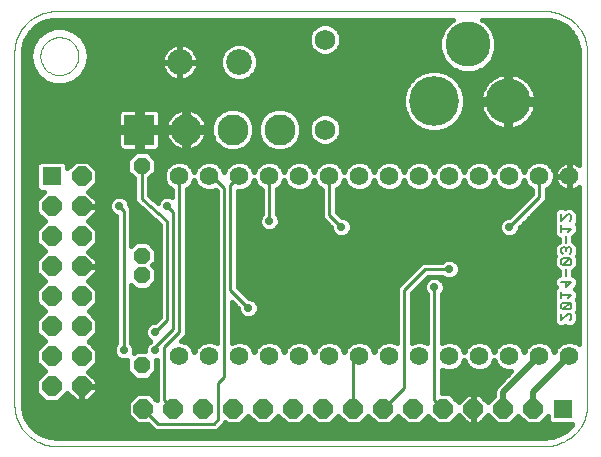
<source format=gbl>
G75*
G70*
%OFA0B0*%
%FSLAX24Y24*%
%IPPOS*%
%LPD*%
%AMOC8*
5,1,8,0,0,1.08239X$1,22.5*
%
%ADD10C,0.0000*%
%ADD11C,0.0060*%
%ADD12C,0.1660*%
%ADD13C,0.1502*%
%ADD14OC8,0.0560*%
%ADD15R,0.0640X0.0640*%
%ADD16OC8,0.0640*%
%ADD17C,0.1033*%
%ADD18R,0.1033X0.1033*%
%ADD19C,0.0680*%
%ADD20C,0.0620*%
%ADD21C,0.0860*%
%ADD22C,0.0200*%
%ADD23C,0.0160*%
%ADD24C,0.0280*%
%ADD25C,0.0100*%
D10*
X001580Y000180D02*
X017880Y000180D01*
X017953Y000182D01*
X018026Y000188D01*
X018099Y000197D01*
X018171Y000211D01*
X018242Y000228D01*
X018313Y000249D01*
X018382Y000273D01*
X018449Y000301D01*
X018516Y000333D01*
X018580Y000368D01*
X018642Y000406D01*
X018703Y000447D01*
X018761Y000492D01*
X018817Y000540D01*
X018870Y000590D01*
X018920Y000643D01*
X018968Y000699D01*
X019013Y000757D01*
X019054Y000818D01*
X019092Y000880D01*
X019127Y000944D01*
X019159Y001011D01*
X019187Y001078D01*
X019211Y001147D01*
X019232Y001218D01*
X019249Y001289D01*
X019263Y001361D01*
X019272Y001434D01*
X019278Y001507D01*
X019280Y001580D01*
X019280Y013280D01*
X019278Y013353D01*
X019272Y013426D01*
X019263Y013499D01*
X019249Y013571D01*
X019232Y013642D01*
X019211Y013713D01*
X019187Y013782D01*
X019159Y013849D01*
X019127Y013916D01*
X019092Y013980D01*
X019054Y014042D01*
X019013Y014103D01*
X018968Y014161D01*
X018920Y014217D01*
X018870Y014270D01*
X018817Y014320D01*
X018761Y014368D01*
X018703Y014413D01*
X018642Y014454D01*
X018580Y014492D01*
X018516Y014527D01*
X018449Y014559D01*
X018382Y014587D01*
X018313Y014611D01*
X018242Y014632D01*
X018171Y014649D01*
X018099Y014663D01*
X018026Y014672D01*
X017953Y014678D01*
X017880Y014680D01*
X001580Y014680D01*
X001507Y014678D01*
X001434Y014672D01*
X001361Y014663D01*
X001289Y014649D01*
X001218Y014632D01*
X001147Y014611D01*
X001078Y014587D01*
X001011Y014559D01*
X000944Y014527D01*
X000880Y014492D01*
X000818Y014454D01*
X000757Y014413D01*
X000699Y014368D01*
X000643Y014320D01*
X000590Y014270D01*
X000540Y014217D01*
X000492Y014161D01*
X000447Y014103D01*
X000406Y014042D01*
X000368Y013980D01*
X000333Y013916D01*
X000301Y013849D01*
X000273Y013782D01*
X000249Y013713D01*
X000228Y013642D01*
X000211Y013571D01*
X000197Y013499D01*
X000188Y013426D01*
X000182Y013353D01*
X000180Y013280D01*
X000180Y001580D01*
X000182Y001507D01*
X000188Y001434D01*
X000197Y001361D01*
X000211Y001289D01*
X000228Y001218D01*
X000249Y001147D01*
X000273Y001078D01*
X000301Y001011D01*
X000333Y000944D01*
X000368Y000880D01*
X000406Y000818D01*
X000447Y000757D01*
X000492Y000699D01*
X000540Y000643D01*
X000590Y000590D01*
X000643Y000540D01*
X000699Y000492D01*
X000757Y000447D01*
X000818Y000406D01*
X000880Y000368D01*
X000944Y000333D01*
X001011Y000301D01*
X001078Y000273D01*
X001147Y000249D01*
X001218Y000228D01*
X001289Y000211D01*
X001361Y000197D01*
X001434Y000188D01*
X001507Y000182D01*
X001580Y000180D01*
X001050Y013180D02*
X001052Y013230D01*
X001058Y013280D01*
X001068Y013329D01*
X001082Y013377D01*
X001099Y013424D01*
X001120Y013469D01*
X001145Y013513D01*
X001173Y013554D01*
X001205Y013593D01*
X001239Y013630D01*
X001276Y013664D01*
X001316Y013694D01*
X001358Y013721D01*
X001402Y013745D01*
X001448Y013766D01*
X001495Y013782D01*
X001543Y013795D01*
X001593Y013804D01*
X001642Y013809D01*
X001693Y013810D01*
X001743Y013807D01*
X001792Y013800D01*
X001841Y013789D01*
X001889Y013774D01*
X001935Y013756D01*
X001980Y013734D01*
X002023Y013708D01*
X002064Y013679D01*
X002103Y013647D01*
X002139Y013612D01*
X002171Y013574D01*
X002201Y013534D01*
X002228Y013491D01*
X002251Y013447D01*
X002270Y013401D01*
X002286Y013353D01*
X002298Y013304D01*
X002306Y013255D01*
X002310Y013205D01*
X002310Y013155D01*
X002306Y013105D01*
X002298Y013056D01*
X002286Y013007D01*
X002270Y012959D01*
X002251Y012913D01*
X002228Y012869D01*
X002201Y012826D01*
X002171Y012786D01*
X002139Y012748D01*
X002103Y012713D01*
X002064Y012681D01*
X002023Y012652D01*
X001980Y012626D01*
X001935Y012604D01*
X001889Y012586D01*
X001841Y012571D01*
X001792Y012560D01*
X001743Y012553D01*
X001693Y012550D01*
X001642Y012551D01*
X001593Y012556D01*
X001543Y012565D01*
X001495Y012578D01*
X001448Y012594D01*
X001402Y012615D01*
X001358Y012639D01*
X001316Y012666D01*
X001276Y012696D01*
X001239Y012730D01*
X001205Y012767D01*
X001173Y012806D01*
X001145Y012847D01*
X001120Y012891D01*
X001099Y012936D01*
X001082Y012983D01*
X001068Y013031D01*
X001058Y013080D01*
X001052Y013130D01*
X001050Y013180D01*
D11*
X018410Y007910D02*
X018410Y007683D01*
X018637Y007910D01*
X018694Y007910D01*
X018750Y007853D01*
X018750Y007740D01*
X018694Y007683D01*
X018750Y007428D02*
X018410Y007428D01*
X018410Y007315D02*
X018410Y007542D01*
X018637Y007315D02*
X018750Y007428D01*
X018580Y007173D02*
X018580Y006947D01*
X018523Y006805D02*
X018467Y006805D01*
X018410Y006748D01*
X018410Y006635D01*
X018467Y006578D01*
X018467Y006437D02*
X018410Y006380D01*
X018410Y006267D01*
X018467Y006210D01*
X018694Y006437D01*
X018467Y006437D01*
X018694Y006437D02*
X018750Y006380D01*
X018750Y006267D01*
X018694Y006210D01*
X018467Y006210D01*
X018580Y006069D02*
X018580Y005842D01*
X018580Y005700D02*
X018580Y005473D01*
X018750Y005644D01*
X018410Y005644D01*
X018410Y005332D02*
X018410Y005105D01*
X018410Y005218D02*
X018750Y005218D01*
X018637Y005105D01*
X018694Y004964D02*
X018467Y004964D01*
X018410Y004907D01*
X018410Y004793D01*
X018467Y004737D01*
X018694Y004964D01*
X018750Y004907D01*
X018750Y004793D01*
X018694Y004737D01*
X018467Y004737D01*
X018410Y004595D02*
X018410Y004368D01*
X018637Y004595D01*
X018694Y004595D01*
X018750Y004539D01*
X018750Y004425D01*
X018694Y004368D01*
X018694Y006578D02*
X018750Y006635D01*
X018750Y006748D01*
X018694Y006805D01*
X018637Y006805D01*
X018580Y006748D01*
X018523Y006805D01*
X018580Y006748D02*
X018580Y006692D01*
D12*
X014176Y011680D03*
D13*
X015298Y013570D03*
X016636Y011680D03*
D14*
X004430Y009530D03*
X004430Y006530D03*
X004430Y005880D03*
X004430Y002880D03*
D15*
X001430Y009180D03*
X018480Y001430D03*
D16*
X017480Y001430D03*
X016480Y001430D03*
X015480Y001430D03*
X014480Y001430D03*
X013480Y001430D03*
X012480Y001430D03*
X011480Y001430D03*
X010480Y001430D03*
X009480Y001430D03*
X008480Y001430D03*
X007480Y001430D03*
X006480Y001430D03*
X005480Y001430D03*
X004480Y001430D03*
X002430Y002180D03*
X001430Y002180D03*
X001430Y003180D03*
X002430Y003180D03*
X002430Y004180D03*
X001430Y004180D03*
X001430Y005180D03*
X002430Y005180D03*
X002430Y006180D03*
X001430Y006180D03*
X001430Y007180D03*
X002430Y007180D03*
X002430Y008180D03*
X001430Y008180D03*
X002430Y009180D03*
D17*
X005900Y010730D03*
X007460Y010730D03*
X009020Y010730D03*
D18*
X004340Y010730D03*
D19*
X010530Y010730D03*
X010530Y013730D03*
D20*
X010680Y009180D03*
X009680Y009180D03*
X008680Y009180D03*
X007680Y009180D03*
X006680Y009180D03*
X005680Y009180D03*
X011680Y009180D03*
X012680Y009180D03*
X013680Y009180D03*
X014680Y009180D03*
X015680Y009180D03*
X016680Y009180D03*
X017680Y009180D03*
X018680Y009180D03*
X018680Y003180D03*
X017680Y003180D03*
X016680Y003180D03*
X015680Y003180D03*
X014680Y003180D03*
X013680Y003180D03*
X012680Y003180D03*
X011680Y003180D03*
X010680Y003180D03*
X009680Y003180D03*
X008680Y003180D03*
X007680Y003180D03*
X006680Y003180D03*
X005680Y003180D03*
D21*
X005696Y012980D03*
X007664Y012980D03*
D22*
X017680Y003180D02*
X016480Y001980D01*
X016480Y001430D01*
X017480Y001430D02*
X017480Y001980D01*
X018680Y003180D01*
D23*
X000898Y000691D02*
X000691Y000898D01*
X000545Y001151D01*
X000470Y001434D01*
X000460Y001580D01*
X000460Y013280D01*
X000470Y013426D01*
X000545Y013709D01*
X000545Y013709D01*
X000691Y013962D01*
X000898Y014169D01*
X001151Y014315D01*
X001434Y014390D01*
X001580Y014400D01*
X014817Y014400D01*
X014759Y014376D01*
X014491Y014109D01*
X014347Y013759D01*
X014347Y013381D01*
X014491Y013031D01*
X014759Y012763D01*
X015109Y012619D01*
X015487Y012619D01*
X015837Y012763D01*
X016104Y013031D01*
X016249Y013381D01*
X016249Y013759D01*
X016104Y014109D01*
X015837Y014376D01*
X015779Y014400D01*
X017880Y014400D01*
X018026Y014390D01*
X018309Y014315D01*
X018562Y014169D01*
X018769Y013962D01*
X018915Y013709D01*
X018990Y013426D01*
X019000Y013280D01*
X019000Y009553D01*
X018999Y009554D01*
X018937Y009599D01*
X018868Y009634D01*
X018795Y009658D01*
X018719Y009670D01*
X018695Y009670D01*
X018695Y009195D01*
X018665Y009195D01*
X018665Y009670D01*
X018641Y009670D01*
X018565Y009658D01*
X018492Y009634D01*
X018423Y009599D01*
X018361Y009554D01*
X018306Y009499D01*
X018261Y009437D01*
X018226Y009368D01*
X018202Y009295D01*
X018190Y009219D01*
X018190Y009195D01*
X018665Y009195D01*
X018665Y009165D01*
X018695Y009165D01*
X018695Y008690D01*
X018719Y008690D01*
X018795Y008702D01*
X018868Y008726D01*
X018937Y008761D01*
X018999Y008806D01*
X019000Y008807D01*
X019000Y003581D01*
X018969Y003612D01*
X018781Y003690D01*
X018579Y003690D01*
X018391Y003612D01*
X018248Y003469D01*
X018180Y003306D01*
X018112Y003469D01*
X017969Y003612D01*
X017781Y003690D01*
X017579Y003690D01*
X017391Y003612D01*
X017248Y003469D01*
X017180Y003306D01*
X017112Y003469D01*
X016969Y003612D01*
X016781Y003690D01*
X016579Y003690D01*
X016391Y003612D01*
X016248Y003469D01*
X016180Y003306D01*
X016112Y003469D01*
X015969Y003612D01*
X015781Y003690D01*
X015579Y003690D01*
X015391Y003612D01*
X015248Y003469D01*
X015180Y003306D01*
X015112Y003469D01*
X014969Y003612D01*
X014781Y003690D01*
X014579Y003690D01*
X014430Y003628D01*
X014430Y005249D01*
X014468Y005287D01*
X014520Y005412D01*
X014520Y005548D01*
X014468Y005673D01*
X014373Y005768D01*
X014248Y005820D01*
X014112Y005820D01*
X013987Y005768D01*
X013892Y005673D01*
X013840Y005548D01*
X013840Y005412D01*
X013892Y005287D01*
X013930Y005249D01*
X013930Y003628D01*
X013781Y003690D01*
X013579Y003690D01*
X013430Y003628D01*
X013430Y005276D01*
X013984Y005830D01*
X014449Y005830D01*
X014487Y005792D01*
X014612Y005740D01*
X014748Y005740D01*
X014873Y005792D01*
X014968Y005887D01*
X015020Y006012D01*
X015020Y006148D01*
X014968Y006273D01*
X014873Y006368D01*
X014748Y006420D01*
X014612Y006420D01*
X014487Y006368D01*
X014449Y006330D01*
X013830Y006330D01*
X013738Y006292D01*
X013668Y006222D01*
X012968Y005522D01*
X012930Y005430D01*
X012930Y003628D01*
X012781Y003690D01*
X012579Y003690D01*
X012391Y003612D01*
X012248Y003469D01*
X012180Y003306D01*
X012112Y003469D01*
X011969Y003612D01*
X011781Y003690D01*
X011579Y003690D01*
X011391Y003612D01*
X011248Y003469D01*
X011180Y003306D01*
X011112Y003469D01*
X010969Y003612D01*
X010781Y003690D01*
X010579Y003690D01*
X010391Y003612D01*
X010248Y003469D01*
X010180Y003306D01*
X010112Y003469D01*
X009969Y003612D01*
X009781Y003690D01*
X009579Y003690D01*
X009391Y003612D01*
X009248Y003469D01*
X009180Y003306D01*
X009112Y003469D01*
X008969Y003612D01*
X008781Y003690D01*
X008579Y003690D01*
X008391Y003612D01*
X008248Y003469D01*
X008180Y003306D01*
X008112Y003469D01*
X007969Y003612D01*
X007781Y003690D01*
X007579Y003690D01*
X007430Y003628D01*
X007430Y004976D01*
X007640Y004766D01*
X007640Y004712D01*
X007692Y004587D01*
X007787Y004492D01*
X007912Y004440D01*
X008048Y004440D01*
X008173Y004492D01*
X008268Y004587D01*
X008320Y004712D01*
X008320Y004848D01*
X008268Y004973D01*
X008173Y005068D01*
X008048Y005120D01*
X007994Y005120D01*
X007630Y005484D01*
X007630Y008670D01*
X007781Y008670D01*
X007969Y008748D01*
X008112Y008891D01*
X008180Y009054D01*
X008248Y008891D01*
X008391Y008748D01*
X008430Y008732D01*
X008430Y007911D01*
X008392Y007873D01*
X008340Y007748D01*
X008340Y007612D01*
X008392Y007487D01*
X008487Y007392D01*
X008612Y007340D01*
X008748Y007340D01*
X008873Y007392D01*
X008968Y007487D01*
X009020Y007612D01*
X009020Y007748D01*
X008968Y007873D01*
X008930Y007911D01*
X008930Y008732D01*
X008969Y008748D01*
X009112Y008891D01*
X009180Y009054D01*
X009248Y008891D01*
X009391Y008748D01*
X009579Y008670D01*
X009781Y008670D01*
X009969Y008748D01*
X010112Y008891D01*
X010180Y009054D01*
X010248Y008891D01*
X010391Y008748D01*
X010430Y008732D01*
X010430Y007830D01*
X010468Y007738D01*
X010538Y007668D01*
X010740Y007466D01*
X010740Y007412D01*
X010792Y007287D01*
X010887Y007192D01*
X011012Y007140D01*
X011148Y007140D01*
X011273Y007192D01*
X011368Y007287D01*
X011420Y007412D01*
X011420Y007548D01*
X011368Y007673D01*
X011273Y007768D01*
X011148Y007820D01*
X011094Y007820D01*
X010930Y007984D01*
X010930Y008732D01*
X010969Y008748D01*
X011112Y008891D01*
X011180Y009054D01*
X011248Y008891D01*
X011391Y008748D01*
X011579Y008670D01*
X011781Y008670D01*
X011969Y008748D01*
X012112Y008891D01*
X012180Y009054D01*
X012248Y008891D01*
X012391Y008748D01*
X012579Y008670D01*
X012781Y008670D01*
X012969Y008748D01*
X013112Y008891D01*
X013180Y009054D01*
X013248Y008891D01*
X013391Y008748D01*
X013579Y008670D01*
X013781Y008670D01*
X013969Y008748D01*
X014112Y008891D01*
X014180Y009054D01*
X014248Y008891D01*
X014391Y008748D01*
X014579Y008670D01*
X014781Y008670D01*
X014969Y008748D01*
X015112Y008891D01*
X015180Y009054D01*
X015248Y008891D01*
X015391Y008748D01*
X015579Y008670D01*
X015781Y008670D01*
X015969Y008748D01*
X016112Y008891D01*
X016180Y009054D01*
X016248Y008891D01*
X016391Y008748D01*
X016579Y008670D01*
X016781Y008670D01*
X016969Y008748D01*
X017112Y008891D01*
X017180Y009054D01*
X017248Y008891D01*
X017391Y008748D01*
X017430Y008732D01*
X017430Y008584D01*
X016666Y007820D01*
X016612Y007820D01*
X016487Y007768D01*
X016392Y007673D01*
X016340Y007548D01*
X016340Y007412D01*
X016392Y007287D01*
X016487Y007192D01*
X016612Y007140D01*
X016748Y007140D01*
X016873Y007192D01*
X016968Y007287D01*
X017020Y007412D01*
X017020Y007466D01*
X017822Y008268D01*
X017892Y008338D01*
X017930Y008430D01*
X017930Y008732D01*
X017969Y008748D01*
X018112Y008891D01*
X018190Y009079D01*
X018190Y009281D01*
X018112Y009469D01*
X017969Y009612D01*
X017781Y009690D01*
X017579Y009690D01*
X017391Y009612D01*
X017248Y009469D01*
X017180Y009306D01*
X017112Y009469D01*
X016969Y009612D01*
X016781Y009690D01*
X016579Y009690D01*
X016391Y009612D01*
X016248Y009469D01*
X016180Y009306D01*
X016112Y009469D01*
X015969Y009612D01*
X015781Y009690D01*
X015579Y009690D01*
X015391Y009612D01*
X015248Y009469D01*
X015180Y009306D01*
X015112Y009469D01*
X014969Y009612D01*
X014781Y009690D01*
X014579Y009690D01*
X014391Y009612D01*
X014248Y009469D01*
X014180Y009306D01*
X014112Y009469D01*
X013969Y009612D01*
X013781Y009690D01*
X013579Y009690D01*
X013391Y009612D01*
X013248Y009469D01*
X013180Y009306D01*
X013112Y009469D01*
X012969Y009612D01*
X012781Y009690D01*
X012579Y009690D01*
X012391Y009612D01*
X012248Y009469D01*
X012180Y009306D01*
X012112Y009469D01*
X011969Y009612D01*
X011781Y009690D01*
X011579Y009690D01*
X011391Y009612D01*
X011248Y009469D01*
X011180Y009306D01*
X011112Y009469D01*
X010969Y009612D01*
X010781Y009690D01*
X010579Y009690D01*
X010391Y009612D01*
X010248Y009469D01*
X010180Y009306D01*
X010112Y009469D01*
X009969Y009612D01*
X009781Y009690D01*
X009579Y009690D01*
X009391Y009612D01*
X009248Y009469D01*
X009180Y009306D01*
X009112Y009469D01*
X008969Y009612D01*
X008781Y009690D01*
X008579Y009690D01*
X008391Y009612D01*
X008248Y009469D01*
X008180Y009306D01*
X008112Y009469D01*
X007969Y009612D01*
X007781Y009690D01*
X007579Y009690D01*
X007391Y009612D01*
X007248Y009469D01*
X007180Y009306D01*
X007112Y009469D01*
X006969Y009612D01*
X006781Y009690D01*
X006579Y009690D01*
X006391Y009612D01*
X006248Y009469D01*
X006180Y009306D01*
X006112Y009469D01*
X005969Y009612D01*
X005781Y009690D01*
X005579Y009690D01*
X005391Y009612D01*
X005248Y009469D01*
X005170Y009281D01*
X005170Y009079D01*
X005248Y008891D01*
X005391Y008748D01*
X005430Y008732D01*
X005430Y008486D01*
X005348Y008520D01*
X005212Y008520D01*
X005087Y008468D01*
X004992Y008373D01*
X004960Y008296D01*
X004680Y008543D01*
X004680Y009101D01*
X004910Y009331D01*
X004910Y009729D01*
X004629Y010010D01*
X004231Y010010D01*
X003950Y009729D01*
X003950Y009331D01*
X004180Y009101D01*
X004180Y008472D01*
X004177Y008464D01*
X004180Y008422D01*
X003919Y008422D01*
X003873Y008468D02*
X003748Y008520D01*
X003612Y008520D01*
X003487Y008468D01*
X003392Y008373D01*
X003340Y008248D01*
X003340Y008112D01*
X003392Y007987D01*
X003487Y007892D01*
X003580Y007853D01*
X003580Y003611D01*
X003542Y003573D01*
X003490Y003448D01*
X003490Y003312D01*
X003542Y003187D01*
X003637Y003092D01*
X003762Y003040D01*
X003898Y003040D01*
X003950Y003062D01*
X003950Y002681D01*
X004231Y002400D01*
X004629Y002400D01*
X004910Y002681D01*
X004910Y003040D01*
X004930Y003040D01*
X004930Y001715D01*
X004695Y001950D01*
X004265Y001950D01*
X003960Y001645D01*
X003960Y001215D01*
X004265Y000910D01*
X004646Y000910D01*
X004768Y000788D01*
X004838Y000718D01*
X004930Y000680D01*
X006880Y000680D01*
X006972Y000718D01*
X007122Y000868D01*
X007192Y000938D01*
X007205Y000970D01*
X007265Y000910D01*
X007695Y000910D01*
X007980Y001195D01*
X008265Y000910D01*
X008695Y000910D01*
X008980Y001195D01*
X009265Y000910D01*
X009695Y000910D01*
X009980Y001195D01*
X010265Y000910D01*
X010695Y000910D01*
X010980Y001195D01*
X011265Y000910D01*
X011695Y000910D01*
X011980Y001195D01*
X012265Y000910D01*
X012695Y000910D01*
X012980Y001195D01*
X013265Y000910D01*
X013695Y000910D01*
X013980Y001195D01*
X014265Y000910D01*
X014695Y000910D01*
X014994Y001209D01*
X015273Y000930D01*
X015460Y000930D01*
X015460Y001410D01*
X015500Y001410D01*
X015500Y000930D01*
X015687Y000930D01*
X015966Y001209D01*
X016265Y000910D01*
X016695Y000910D01*
X016980Y001195D01*
X017265Y000910D01*
X017695Y000910D01*
X017960Y001175D01*
X017960Y001027D01*
X018077Y000910D01*
X018775Y000910D01*
X018769Y000898D01*
X018562Y000691D01*
X018309Y000545D01*
X018026Y000470D01*
X017880Y000460D01*
X001580Y000460D01*
X001434Y000470D01*
X001151Y000545D01*
X000898Y000691D01*
X000960Y000656D02*
X018500Y000656D01*
X018684Y000814D02*
X007068Y000814D01*
X007758Y000973D02*
X008202Y000973D01*
X008044Y001131D02*
X007916Y001131D01*
X008758Y000973D02*
X009202Y000973D01*
X009044Y001131D02*
X008916Y001131D01*
X009758Y000973D02*
X010202Y000973D01*
X010044Y001131D02*
X009916Y001131D01*
X010758Y000973D02*
X011202Y000973D01*
X011044Y001131D02*
X010916Y001131D01*
X011758Y000973D02*
X012202Y000973D01*
X012044Y001131D02*
X011916Y001131D01*
X012758Y000973D02*
X013202Y000973D01*
X013044Y001131D02*
X012916Y001131D01*
X013758Y000973D02*
X014202Y000973D01*
X014044Y001131D02*
X013916Y001131D01*
X014758Y000973D02*
X015230Y000973D01*
X015072Y001131D02*
X014916Y001131D01*
X015460Y001131D02*
X015500Y001131D01*
X015500Y000973D02*
X015460Y000973D01*
X015730Y000973D02*
X016202Y000973D01*
X016044Y001131D02*
X015888Y001131D01*
X015500Y001290D02*
X015460Y001290D01*
X015460Y001450D02*
X015460Y001930D01*
X015273Y001930D01*
X014994Y001651D01*
X014695Y001950D01*
X014430Y001950D01*
X014430Y002732D01*
X014579Y002670D01*
X014781Y002670D01*
X014969Y002748D01*
X015112Y002891D01*
X015180Y003054D01*
X015248Y002891D01*
X015391Y002748D01*
X015579Y002670D01*
X015781Y002670D01*
X015969Y002748D01*
X016112Y002891D01*
X016180Y003054D01*
X016248Y002891D01*
X016391Y002748D01*
X016579Y002670D01*
X016746Y002670D01*
X016226Y002150D01*
X016180Y002040D01*
X016180Y001865D01*
X015966Y001651D01*
X015687Y001930D01*
X015500Y001930D01*
X015500Y001450D01*
X015460Y001450D01*
X015460Y001607D02*
X015500Y001607D01*
X015500Y001765D02*
X015460Y001765D01*
X015460Y001924D02*
X015500Y001924D01*
X015694Y001924D02*
X016180Y001924D01*
X016080Y001765D02*
X015852Y001765D01*
X016198Y002082D02*
X014430Y002082D01*
X014430Y002241D02*
X016316Y002241D01*
X016475Y002399D02*
X014430Y002399D01*
X014430Y002558D02*
X016633Y002558D01*
X016467Y002716D02*
X015893Y002716D01*
X016096Y002875D02*
X016264Y002875D01*
X016189Y003033D02*
X016171Y003033D01*
X016162Y003350D02*
X016198Y003350D01*
X016287Y003509D02*
X016073Y003509D01*
X015837Y003667D02*
X016523Y003667D01*
X016837Y003667D02*
X017523Y003667D01*
X017287Y003509D02*
X017073Y003509D01*
X017162Y003350D02*
X017198Y003350D01*
X017837Y003667D02*
X018523Y003667D01*
X018287Y003509D02*
X018073Y003509D01*
X018162Y003350D02*
X018198Y003350D01*
X018837Y003667D02*
X019000Y003667D01*
X019000Y003826D02*
X014430Y003826D01*
X014430Y003984D02*
X019000Y003984D01*
X019000Y004143D02*
X018793Y004143D01*
X018789Y004138D02*
X018980Y004330D01*
X018980Y004634D01*
X018948Y004666D01*
X018980Y004698D01*
X018980Y005002D01*
X018924Y005059D01*
X018920Y005063D01*
X018980Y005123D01*
X018980Y005314D01*
X018863Y005431D01*
X018980Y005548D01*
X018980Y005739D01*
X018846Y005874D01*
X018810Y005874D01*
X018810Y006001D01*
X018846Y006037D01*
X018980Y006171D01*
X018980Y006475D01*
X018948Y006508D01*
X018980Y006540D01*
X018980Y006844D01*
X018846Y006978D01*
X018846Y006978D01*
X018810Y007014D01*
X018810Y007163D01*
X018846Y007198D01*
X018980Y007333D01*
X018980Y007524D01*
X018920Y007584D01*
X018980Y007645D01*
X018980Y007949D01*
X018846Y008083D01*
X018789Y008140D01*
X018542Y008140D01*
X018523Y008122D01*
X018505Y008140D01*
X018315Y008140D01*
X018180Y008005D01*
X018180Y007220D01*
X018315Y007085D01*
X018350Y007085D01*
X018350Y007014D01*
X018315Y006978D01*
X018180Y006844D01*
X018180Y006540D01*
X018212Y006508D01*
X018180Y006475D01*
X018180Y006171D01*
X018237Y006115D01*
X018350Y006001D01*
X018350Y005874D01*
X018315Y005874D01*
X018180Y005739D01*
X018180Y005548D01*
X018241Y005488D01*
X018180Y005427D01*
X018180Y005010D01*
X018184Y005006D01*
X018180Y005002D01*
X018180Y004698D01*
X018184Y004694D01*
X018180Y004691D01*
X018180Y004273D01*
X018315Y004138D01*
X018505Y004138D01*
X018552Y004185D01*
X018598Y004138D01*
X018789Y004138D01*
X018594Y004143D02*
X018509Y004143D01*
X018311Y004143D02*
X014430Y004143D01*
X014430Y004301D02*
X018180Y004301D01*
X018180Y004460D02*
X014430Y004460D01*
X014430Y004618D02*
X018180Y004618D01*
X018180Y004777D02*
X014430Y004777D01*
X014430Y004935D02*
X018180Y004935D01*
X018180Y005094D02*
X014430Y005094D01*
X014433Y005252D02*
X018180Y005252D01*
X018180Y005411D02*
X014519Y005411D01*
X014511Y005569D02*
X018180Y005569D01*
X018180Y005728D02*
X014413Y005728D01*
X013947Y005728D02*
X013881Y005728D01*
X013849Y005569D02*
X013723Y005569D01*
X013841Y005411D02*
X013564Y005411D01*
X013430Y005252D02*
X013927Y005252D01*
X013930Y005094D02*
X013430Y005094D01*
X013430Y004935D02*
X013930Y004935D01*
X013930Y004777D02*
X013430Y004777D01*
X013430Y004618D02*
X013930Y004618D01*
X013930Y004460D02*
X013430Y004460D01*
X013430Y004301D02*
X013930Y004301D01*
X013930Y004143D02*
X013430Y004143D01*
X013430Y003984D02*
X013930Y003984D01*
X013930Y003826D02*
X013430Y003826D01*
X013430Y003667D02*
X013523Y003667D01*
X013837Y003667D02*
X013930Y003667D01*
X014430Y003667D02*
X014523Y003667D01*
X014837Y003667D02*
X015523Y003667D01*
X015287Y003509D02*
X015073Y003509D01*
X015162Y003350D02*
X015198Y003350D01*
X015189Y003033D02*
X015171Y003033D01*
X015096Y002875D02*
X015264Y002875D01*
X015467Y002716D02*
X014893Y002716D01*
X014467Y002716D02*
X014430Y002716D01*
X014722Y001924D02*
X015266Y001924D01*
X015108Y001765D02*
X014880Y001765D01*
X016758Y000973D02*
X017202Y000973D01*
X017044Y001131D02*
X016916Y001131D01*
X017758Y000973D02*
X018015Y000973D01*
X017960Y001131D02*
X017916Y001131D01*
X018129Y000497D02*
X001331Y000497D01*
X000776Y000814D02*
X004742Y000814D01*
X004202Y000973D02*
X000649Y000973D01*
X000557Y001131D02*
X004044Y001131D01*
X003960Y001290D02*
X000508Y001290D01*
X000469Y001448D02*
X003960Y001448D01*
X003960Y001607D02*
X000460Y001607D01*
X000460Y001765D02*
X001110Y001765D01*
X001215Y001660D02*
X001645Y001660D01*
X001944Y001959D01*
X002223Y001680D01*
X002410Y001680D01*
X002410Y002160D01*
X002450Y002160D01*
X002450Y002200D01*
X002930Y002200D01*
X002930Y002387D01*
X002651Y002666D01*
X002950Y002965D01*
X002950Y003395D01*
X002665Y003680D01*
X002950Y003965D01*
X002950Y004395D01*
X002665Y004680D01*
X002950Y004965D01*
X002950Y005395D01*
X002651Y005694D01*
X002930Y005973D01*
X002930Y006160D01*
X002450Y006160D01*
X002450Y006200D01*
X002930Y006200D01*
X002930Y006387D01*
X002651Y006666D01*
X002950Y006965D01*
X002950Y007395D01*
X002651Y007694D01*
X002930Y007973D01*
X002930Y008160D01*
X002450Y008160D01*
X002450Y008200D01*
X002930Y008200D01*
X002930Y008387D01*
X002651Y008666D01*
X002950Y008965D01*
X002950Y009395D01*
X002645Y009700D01*
X002215Y009700D01*
X001950Y009435D01*
X001950Y009583D01*
X001833Y009700D01*
X001027Y009700D01*
X000910Y009583D01*
X000910Y008777D01*
X001027Y008660D01*
X001175Y008660D01*
X000910Y008395D01*
X000910Y007965D01*
X001195Y007680D01*
X000910Y007395D01*
X000910Y006965D01*
X001195Y006680D01*
X000910Y006395D01*
X000910Y005965D01*
X001195Y005680D01*
X000910Y005395D01*
X000910Y004965D01*
X001195Y004680D01*
X000910Y004395D01*
X000910Y003965D01*
X001195Y003680D01*
X000910Y003395D01*
X000910Y002965D01*
X001195Y002680D01*
X000910Y002395D01*
X000910Y001965D01*
X001215Y001660D01*
X000951Y001924D02*
X000460Y001924D01*
X000460Y002082D02*
X000910Y002082D01*
X000910Y002241D02*
X000460Y002241D01*
X000460Y002399D02*
X000914Y002399D01*
X001072Y002558D02*
X000460Y002558D01*
X000460Y002716D02*
X001159Y002716D01*
X001000Y002875D02*
X000460Y002875D01*
X000460Y003033D02*
X000910Y003033D01*
X000910Y003192D02*
X000460Y003192D01*
X000460Y003350D02*
X000910Y003350D01*
X001023Y003509D02*
X000460Y003509D01*
X000460Y003667D02*
X001182Y003667D01*
X001049Y003826D02*
X000460Y003826D01*
X000460Y003984D02*
X000910Y003984D01*
X000910Y004143D02*
X000460Y004143D01*
X000460Y004301D02*
X000910Y004301D01*
X000974Y004460D02*
X000460Y004460D01*
X000460Y004618D02*
X001133Y004618D01*
X001098Y004777D02*
X000460Y004777D01*
X000460Y004935D02*
X000940Y004935D01*
X000910Y005094D02*
X000460Y005094D01*
X000460Y005252D02*
X000910Y005252D01*
X000925Y005411D02*
X000460Y005411D01*
X000460Y005569D02*
X001084Y005569D01*
X001147Y005728D02*
X000460Y005728D01*
X000460Y005886D02*
X000989Y005886D01*
X000910Y006045D02*
X000460Y006045D01*
X000460Y006203D02*
X000910Y006203D01*
X000910Y006362D02*
X000460Y006362D01*
X000460Y006520D02*
X001035Y006520D01*
X001193Y006679D02*
X000460Y006679D01*
X000460Y006837D02*
X001038Y006837D01*
X000910Y006996D02*
X000460Y006996D01*
X000460Y007154D02*
X000910Y007154D01*
X000910Y007313D02*
X000460Y007313D01*
X000460Y007471D02*
X000986Y007471D01*
X001144Y007630D02*
X000460Y007630D01*
X000460Y007788D02*
X001087Y007788D01*
X000928Y007947D02*
X000460Y007947D01*
X000460Y008105D02*
X000910Y008105D01*
X000910Y008264D02*
X000460Y008264D01*
X000460Y008422D02*
X000937Y008422D01*
X001095Y008581D02*
X000460Y008581D01*
X000460Y008739D02*
X000948Y008739D01*
X000910Y008898D02*
X000460Y008898D01*
X000460Y009056D02*
X000910Y009056D01*
X000910Y009215D02*
X000460Y009215D01*
X000460Y009373D02*
X000910Y009373D01*
X000910Y009532D02*
X000460Y009532D01*
X000460Y009690D02*
X001017Y009690D01*
X000460Y009849D02*
X004070Y009849D01*
X003950Y009690D02*
X002655Y009690D01*
X002814Y009532D02*
X003950Y009532D01*
X003950Y009373D02*
X002950Y009373D01*
X002950Y009215D02*
X004067Y009215D01*
X004180Y009056D02*
X002950Y009056D01*
X002883Y008898D02*
X004180Y008898D01*
X004180Y008739D02*
X002724Y008739D01*
X002737Y008581D02*
X004180Y008581D01*
X004180Y008422D02*
X004180Y008380D01*
X004183Y008373D01*
X004184Y008365D01*
X004202Y008327D01*
X004218Y008288D01*
X004224Y008283D01*
X004227Y008275D01*
X004259Y008248D01*
X004288Y008218D01*
X004296Y008215D01*
X005030Y007567D01*
X005030Y004484D01*
X004866Y004320D01*
X004812Y004320D01*
X004687Y004268D01*
X004592Y004173D01*
X004540Y004048D01*
X004540Y003912D01*
X004592Y003787D01*
X004687Y003692D01*
X004716Y003680D01*
X004687Y003668D01*
X004592Y003573D01*
X004540Y003448D01*
X004540Y003360D01*
X004231Y003360D01*
X004160Y003289D01*
X004170Y003312D01*
X004170Y003448D01*
X004118Y003573D01*
X004080Y003611D01*
X004080Y005551D01*
X004231Y005400D01*
X004629Y005400D01*
X004910Y005681D01*
X004910Y006079D01*
X004784Y006205D01*
X004910Y006331D01*
X004910Y006729D01*
X004629Y007010D01*
X004231Y007010D01*
X004080Y006859D01*
X004080Y008080D01*
X004042Y008172D01*
X004020Y008194D01*
X004020Y008248D01*
X003968Y008373D01*
X003873Y008468D01*
X004013Y008264D02*
X004241Y008264D01*
X004070Y008105D02*
X004420Y008105D01*
X004600Y007947D02*
X004080Y007947D01*
X004080Y007788D02*
X004780Y007788D01*
X004959Y007630D02*
X004080Y007630D01*
X004080Y007471D02*
X005030Y007471D01*
X005030Y007313D02*
X004080Y007313D01*
X004080Y007154D02*
X005030Y007154D01*
X005030Y006996D02*
X004643Y006996D01*
X004802Y006837D02*
X005030Y006837D01*
X005030Y006679D02*
X004910Y006679D01*
X004910Y006520D02*
X005030Y006520D01*
X005030Y006362D02*
X004910Y006362D01*
X005030Y006203D02*
X004786Y006203D01*
X004910Y006045D02*
X005030Y006045D01*
X005030Y005886D02*
X004910Y005886D01*
X004910Y005728D02*
X005030Y005728D01*
X005030Y005569D02*
X004798Y005569D01*
X004639Y005411D02*
X005030Y005411D01*
X005030Y005252D02*
X004080Y005252D01*
X004080Y005094D02*
X005030Y005094D01*
X005030Y004935D02*
X004080Y004935D01*
X004080Y004777D02*
X005030Y004777D01*
X005030Y004618D02*
X004080Y004618D01*
X004080Y004460D02*
X005006Y004460D01*
X004767Y004301D02*
X004080Y004301D01*
X004080Y004143D02*
X004579Y004143D01*
X004540Y003984D02*
X004080Y003984D01*
X004080Y003826D02*
X004576Y003826D01*
X004686Y003667D02*
X004080Y003667D01*
X004145Y003509D02*
X004565Y003509D01*
X004221Y003350D02*
X004170Y003350D01*
X003950Y003033D02*
X002950Y003033D01*
X002950Y003192D02*
X003540Y003192D01*
X003490Y003350D02*
X002950Y003350D01*
X002837Y003509D02*
X003515Y003509D01*
X003580Y003667D02*
X002678Y003667D01*
X002811Y003826D02*
X003580Y003826D01*
X003580Y003984D02*
X002950Y003984D01*
X002950Y004143D02*
X003580Y004143D01*
X003580Y004301D02*
X002950Y004301D01*
X002886Y004460D02*
X003580Y004460D01*
X003580Y004618D02*
X002727Y004618D01*
X002762Y004777D02*
X003580Y004777D01*
X003580Y004935D02*
X002920Y004935D01*
X002950Y005094D02*
X003580Y005094D01*
X003580Y005252D02*
X002950Y005252D01*
X002935Y005411D02*
X003580Y005411D01*
X003580Y005569D02*
X002776Y005569D01*
X002685Y005728D02*
X003580Y005728D01*
X003580Y005886D02*
X002843Y005886D01*
X002930Y006045D02*
X003580Y006045D01*
X003580Y006203D02*
X002930Y006203D01*
X002930Y006362D02*
X003580Y006362D01*
X003580Y006520D02*
X002797Y006520D01*
X002664Y006679D02*
X003580Y006679D01*
X003580Y006837D02*
X002822Y006837D01*
X002950Y006996D02*
X003580Y006996D01*
X003580Y007154D02*
X002950Y007154D01*
X002950Y007313D02*
X003580Y007313D01*
X003580Y007471D02*
X002874Y007471D01*
X002716Y007630D02*
X003580Y007630D01*
X003580Y007788D02*
X002745Y007788D01*
X002904Y007947D02*
X003433Y007947D01*
X003343Y008105D02*
X002930Y008105D01*
X002930Y008264D02*
X003347Y008264D01*
X003441Y008422D02*
X002895Y008422D01*
X002046Y009532D02*
X001950Y009532D01*
X001843Y009690D02*
X002205Y009690D01*
X003656Y010144D02*
X003679Y010103D01*
X003713Y010069D01*
X003754Y010046D01*
X003800Y010033D01*
X004260Y010033D01*
X004260Y010650D01*
X004420Y010650D01*
X004420Y010810D01*
X005037Y010810D01*
X005037Y011270D01*
X005024Y011316D01*
X005001Y011357D01*
X004967Y011391D01*
X004926Y011414D01*
X004880Y011427D01*
X004420Y011427D01*
X004420Y010810D01*
X004260Y010810D01*
X004260Y011427D01*
X003800Y011427D01*
X003754Y011414D01*
X003713Y011391D01*
X003679Y011357D01*
X003656Y011316D01*
X003643Y011270D01*
X003643Y010810D01*
X004260Y010810D01*
X004260Y010650D01*
X003643Y010650D01*
X003643Y010190D01*
X003656Y010144D01*
X003650Y010166D02*
X000460Y010166D01*
X000460Y010324D02*
X003643Y010324D01*
X003643Y010483D02*
X000460Y010483D01*
X000460Y010641D02*
X003643Y010641D01*
X003643Y010958D02*
X000460Y010958D01*
X000460Y010800D02*
X004260Y010800D01*
X004260Y010958D02*
X004420Y010958D01*
X004420Y010800D02*
X005820Y010800D01*
X005820Y010810D02*
X005820Y010650D01*
X005980Y010650D01*
X005980Y010810D01*
X006592Y010810D01*
X006585Y010866D01*
X006561Y010954D01*
X006526Y011039D01*
X006481Y011118D01*
X006425Y011190D01*
X006360Y011255D01*
X006288Y011311D01*
X006209Y011356D01*
X006124Y011391D01*
X006036Y011415D01*
X005980Y011422D01*
X005980Y010810D01*
X005820Y010810D01*
X005820Y011422D01*
X005764Y011415D01*
X005676Y011391D01*
X005591Y011356D01*
X005512Y011311D01*
X005440Y011255D01*
X005375Y011190D01*
X005319Y011118D01*
X005274Y011039D01*
X005239Y010954D01*
X005215Y010866D01*
X005208Y010810D01*
X005820Y010810D01*
X005820Y010958D02*
X005980Y010958D01*
X005980Y010800D02*
X006743Y010800D01*
X006743Y010873D02*
X006743Y010587D01*
X006852Y010324D01*
X006467Y010324D01*
X006481Y010342D02*
X006526Y010421D01*
X006561Y010506D01*
X006585Y010594D01*
X006592Y010650D01*
X005980Y010650D01*
X005980Y010038D01*
X006036Y010045D01*
X006124Y010069D01*
X006209Y010104D01*
X006288Y010149D01*
X006360Y010205D01*
X006425Y010270D01*
X006481Y010342D01*
X006552Y010483D02*
X006787Y010483D01*
X006743Y010641D02*
X006591Y010641D01*
X006743Y010873D02*
X006852Y011136D01*
X007054Y011338D01*
X007317Y011447D01*
X007603Y011447D01*
X007866Y011338D01*
X008068Y011136D01*
X008177Y010873D01*
X008177Y010587D01*
X008068Y010324D01*
X008412Y010324D01*
X008614Y010122D01*
X008877Y010013D01*
X009163Y010013D01*
X009426Y010122D01*
X009628Y010324D01*
X010172Y010324D01*
X010224Y010272D02*
X010072Y010424D01*
X009990Y010623D01*
X009990Y010837D01*
X010072Y011036D01*
X010224Y011188D01*
X010423Y011270D01*
X010637Y011270D01*
X010836Y011188D01*
X010988Y011036D01*
X011070Y010837D01*
X011070Y010623D01*
X010988Y010424D01*
X010836Y010272D01*
X010637Y010190D01*
X010423Y010190D01*
X010224Y010272D01*
X010048Y010483D02*
X009693Y010483D01*
X009737Y010587D02*
X009628Y010324D01*
X009469Y010166D02*
X019000Y010166D01*
X019000Y010324D02*
X010888Y010324D01*
X011012Y010483D02*
X019000Y010483D01*
X019000Y010641D02*
X011070Y010641D01*
X011070Y010800D02*
X013641Y010800D01*
X013543Y010856D02*
X013778Y010720D01*
X014040Y010650D01*
X014311Y010650D01*
X014573Y010720D01*
X014808Y010856D01*
X015000Y011048D01*
X015135Y011282D01*
X015206Y011544D01*
X015206Y011816D01*
X015135Y012078D01*
X015000Y012312D01*
X014808Y012504D01*
X014573Y012640D01*
X014311Y012710D01*
X014040Y012710D01*
X013778Y012640D01*
X013543Y012504D01*
X013352Y012312D01*
X013216Y012078D01*
X013146Y011816D01*
X013146Y011544D01*
X013216Y011282D01*
X013352Y011048D01*
X013543Y010856D01*
X013441Y010958D02*
X011020Y010958D01*
X010907Y011117D02*
X013312Y011117D01*
X013220Y011275D02*
X009489Y011275D01*
X009426Y011338D02*
X009163Y011447D01*
X008877Y011447D01*
X008614Y011338D01*
X008412Y011136D01*
X008303Y010873D01*
X008303Y010587D01*
X008412Y010324D01*
X008347Y010483D02*
X008133Y010483D01*
X008177Y010641D02*
X008303Y010641D01*
X008303Y010800D02*
X008177Y010800D01*
X008141Y010958D02*
X008339Y010958D01*
X008404Y011117D02*
X008076Y011117D01*
X007929Y011275D02*
X008551Y011275D01*
X008846Y011434D02*
X007634Y011434D01*
X007286Y011434D02*
X000460Y011434D01*
X000460Y011275D02*
X003644Y011275D01*
X003643Y011117D02*
X000460Y011117D01*
X000460Y011592D02*
X013146Y011592D01*
X013146Y011751D02*
X000460Y011751D01*
X000460Y011909D02*
X013171Y011909D01*
X013213Y012068D02*
X000460Y012068D01*
X000460Y012226D02*
X001465Y012226D01*
X001509Y012210D02*
X001632Y012210D01*
X001851Y012210D01*
X002172Y012327D01*
X002172Y012327D01*
X002435Y012547D01*
X002606Y012843D01*
X002665Y013180D01*
X002606Y013517D01*
X002435Y013813D01*
X002172Y014033D01*
X001851Y014150D01*
X001509Y014150D01*
X001188Y014033D01*
X001188Y014033D01*
X000925Y013813D01*
X000754Y013517D01*
X000754Y013517D01*
X000695Y013180D01*
X000754Y012843D01*
X000925Y012547D01*
X001188Y012327D01*
X001509Y012210D01*
X001188Y012327D02*
X001188Y012327D01*
X001119Y012385D02*
X000460Y012385D01*
X000460Y012543D02*
X000930Y012543D01*
X000925Y012547D02*
X000925Y012547D01*
X000836Y012702D02*
X000460Y012702D01*
X000460Y012860D02*
X000751Y012860D01*
X000754Y012843D02*
X000754Y012843D01*
X000724Y013019D02*
X000460Y013019D01*
X000460Y013177D02*
X000696Y013177D01*
X000695Y013180D02*
X000695Y013180D01*
X000722Y013336D02*
X000464Y013336D01*
X000488Y013494D02*
X000750Y013494D01*
X000833Y013653D02*
X000530Y013653D01*
X000604Y013811D02*
X000924Y013811D01*
X000925Y013813D02*
X000925Y013813D01*
X000925Y013813D01*
X001112Y013970D02*
X000699Y013970D01*
X000858Y014128D02*
X001449Y014128D01*
X001103Y014287D02*
X014669Y014287D01*
X014511Y014128D02*
X010896Y014128D01*
X010836Y014188D02*
X010637Y014270D01*
X010423Y014270D01*
X010224Y014188D01*
X010072Y014036D01*
X009990Y013837D01*
X009990Y013623D01*
X010072Y013424D01*
X010224Y013272D01*
X010423Y013190D01*
X010637Y013190D01*
X010836Y013272D01*
X010988Y013424D01*
X011070Y013623D01*
X011070Y013837D01*
X010988Y014036D01*
X010836Y014188D01*
X011015Y013970D02*
X014434Y013970D01*
X014368Y013811D02*
X011070Y013811D01*
X011070Y013653D02*
X014347Y013653D01*
X014347Y013494D02*
X011017Y013494D01*
X010899Y013336D02*
X014365Y013336D01*
X014431Y013177D02*
X008265Y013177D01*
X008294Y013105D02*
X008198Y013337D01*
X008021Y013514D01*
X007790Y013610D01*
X007539Y013610D01*
X007307Y013514D01*
X007130Y013337D01*
X007034Y013105D01*
X007034Y012855D01*
X007130Y012623D01*
X007307Y012446D01*
X007539Y012350D01*
X007790Y012350D01*
X008021Y012446D01*
X008198Y012623D01*
X008294Y012855D01*
X008294Y013105D01*
X008294Y013019D02*
X014504Y013019D01*
X014662Y012860D02*
X008294Y012860D01*
X008231Y012702D02*
X014009Y012702D01*
X014343Y012702D02*
X014908Y012702D01*
X014741Y012543D02*
X016283Y012543D01*
X016279Y012542D02*
X016185Y012496D01*
X016097Y012441D01*
X016015Y012375D01*
X015941Y012301D01*
X015876Y012220D01*
X015820Y012131D01*
X015775Y012037D01*
X015740Y011938D01*
X015717Y011836D01*
X015708Y011760D01*
X016556Y011760D01*
X016556Y011600D01*
X015708Y011600D01*
X015717Y011524D01*
X015740Y011422D01*
X015775Y011323D01*
X015820Y011229D01*
X015876Y011140D01*
X015941Y011059D01*
X016015Y010985D01*
X016097Y010919D01*
X016185Y010864D01*
X016279Y010818D01*
X016378Y010784D01*
X016480Y010761D01*
X016556Y010752D01*
X016556Y011600D01*
X016716Y011600D01*
X016716Y010752D01*
X016793Y010761D01*
X016894Y010784D01*
X016993Y010818D01*
X017087Y010864D01*
X017176Y010919D01*
X017258Y010985D01*
X017332Y011059D01*
X017397Y011140D01*
X017453Y011229D01*
X017498Y011323D01*
X017532Y011422D01*
X017556Y011524D01*
X017564Y011600D01*
X016716Y011600D01*
X016716Y011760D01*
X016556Y011760D01*
X016556Y012608D01*
X016480Y012599D01*
X016378Y012576D01*
X016279Y012542D01*
X016556Y012543D02*
X016716Y012543D01*
X016716Y012608D02*
X016716Y011760D01*
X017564Y011760D01*
X017556Y011836D01*
X017532Y011938D01*
X017498Y012037D01*
X017453Y012131D01*
X017397Y012220D01*
X017332Y012301D01*
X017258Y012375D01*
X017176Y012441D01*
X017087Y012496D01*
X016993Y012542D01*
X016894Y012576D01*
X016793Y012599D01*
X016716Y012608D01*
X016716Y012385D02*
X016556Y012385D01*
X016556Y012226D02*
X016716Y012226D01*
X016716Y012068D02*
X016556Y012068D01*
X016556Y011909D02*
X016716Y011909D01*
X016716Y011751D02*
X019000Y011751D01*
X019000Y011909D02*
X017539Y011909D01*
X017483Y012068D02*
X019000Y012068D01*
X019000Y012226D02*
X017392Y012226D01*
X017246Y012385D02*
X019000Y012385D01*
X019000Y012543D02*
X016989Y012543D01*
X016026Y012385D02*
X014928Y012385D01*
X015050Y012226D02*
X015881Y012226D01*
X015789Y012068D02*
X015138Y012068D01*
X015181Y011909D02*
X015733Y011909D01*
X015709Y011592D02*
X015206Y011592D01*
X015206Y011751D02*
X016556Y011751D01*
X016556Y011592D02*
X016716Y011592D01*
X016716Y011434D02*
X016556Y011434D01*
X016556Y011275D02*
X016716Y011275D01*
X016716Y011117D02*
X016556Y011117D01*
X016556Y010958D02*
X016716Y010958D01*
X016716Y010800D02*
X016556Y010800D01*
X016333Y010800D02*
X014710Y010800D01*
X014910Y010958D02*
X016048Y010958D01*
X015895Y011117D02*
X015040Y011117D01*
X015131Y011275D02*
X015798Y011275D01*
X015737Y011434D02*
X015176Y011434D01*
X013611Y012543D02*
X008118Y012543D01*
X007873Y012385D02*
X013424Y012385D01*
X013302Y012226D02*
X001895Y012226D01*
X002241Y012385D02*
X005556Y012385D01*
X005553Y012385D02*
X005648Y012370D01*
X005677Y012370D01*
X005677Y012962D01*
X005086Y012962D01*
X005086Y012932D01*
X005101Y012837D01*
X005130Y012746D01*
X005174Y012660D01*
X005230Y012583D01*
X005298Y012515D01*
X005376Y012458D01*
X005462Y012415D01*
X005553Y012385D01*
X005677Y012385D02*
X005714Y012385D01*
X005714Y012370D02*
X005744Y012370D01*
X005839Y012385D01*
X005930Y012415D01*
X006015Y012458D01*
X006093Y012515D01*
X006161Y012583D01*
X006217Y012660D01*
X006261Y012746D01*
X006291Y012837D01*
X006306Y012932D01*
X006306Y012962D01*
X005714Y012962D01*
X005714Y012998D01*
X006306Y012998D01*
X006306Y013028D01*
X006291Y013123D01*
X006261Y013214D01*
X006217Y013300D01*
X006161Y013377D01*
X006093Y013445D01*
X006015Y013502D01*
X005930Y013545D01*
X005839Y013575D01*
X005744Y013590D01*
X005714Y013590D01*
X005714Y012998D01*
X005677Y012998D01*
X005677Y012962D01*
X005714Y012962D01*
X005714Y012370D01*
X005835Y012385D02*
X007456Y012385D01*
X007210Y012543D02*
X006121Y012543D01*
X006238Y012702D02*
X007098Y012702D01*
X007034Y012860D02*
X006294Y012860D01*
X006306Y013019D02*
X007034Y013019D01*
X007064Y013177D02*
X006273Y013177D01*
X006191Y013336D02*
X007130Y013336D01*
X007287Y013494D02*
X006026Y013494D01*
X005714Y013494D02*
X005677Y013494D01*
X005677Y013590D02*
X005648Y013590D01*
X005553Y013575D01*
X005462Y013545D01*
X005376Y013502D01*
X005298Y013445D01*
X005230Y013377D01*
X005174Y013300D01*
X005130Y013214D01*
X005101Y013123D01*
X005086Y013028D01*
X005086Y012998D01*
X005677Y012998D01*
X005677Y013590D01*
X005677Y013336D02*
X005714Y013336D01*
X005714Y013177D02*
X005677Y013177D01*
X005677Y013019D02*
X005714Y013019D01*
X005714Y012860D02*
X005677Y012860D01*
X005677Y012702D02*
X005714Y012702D01*
X005714Y012543D02*
X005677Y012543D01*
X005270Y012543D02*
X002430Y012543D01*
X002524Y012702D02*
X005153Y012702D01*
X005097Y012860D02*
X002609Y012860D01*
X002606Y012843D02*
X002606Y012843D01*
X002636Y013019D02*
X005086Y013019D01*
X005118Y013177D02*
X002664Y013177D01*
X002638Y013336D02*
X005200Y013336D01*
X005365Y013494D02*
X002610Y013494D01*
X002606Y013517D02*
X002606Y013517D01*
X002527Y013653D02*
X009990Y013653D01*
X009990Y013811D02*
X002436Y013811D01*
X002435Y013813D02*
X002435Y013813D01*
X002248Y013970D02*
X010045Y013970D01*
X010164Y014128D02*
X001911Y014128D01*
X002172Y014033D02*
X002172Y014033D01*
X004260Y011275D02*
X004420Y011275D01*
X004420Y011117D02*
X004260Y011117D01*
X004260Y010641D02*
X004420Y010641D01*
X004420Y010650D02*
X004420Y010033D01*
X004880Y010033D01*
X004926Y010046D01*
X004967Y010069D01*
X005001Y010103D01*
X005024Y010144D01*
X005037Y010190D01*
X005037Y010650D01*
X004420Y010650D01*
X004420Y010483D02*
X004260Y010483D01*
X004260Y010324D02*
X004420Y010324D01*
X004420Y010166D02*
X004260Y010166D01*
X004228Y010007D02*
X000460Y010007D01*
X004080Y006996D02*
X004217Y006996D01*
X005930Y006996D02*
X006930Y006996D01*
X006930Y007154D02*
X005930Y007154D01*
X005930Y007313D02*
X006930Y007313D01*
X006930Y007471D02*
X005930Y007471D01*
X005930Y007630D02*
X006930Y007630D01*
X006930Y007788D02*
X005930Y007788D01*
X005930Y007947D02*
X006930Y007947D01*
X006930Y008105D02*
X005930Y008105D01*
X005930Y008264D02*
X006930Y008264D01*
X006930Y008422D02*
X005930Y008422D01*
X005930Y008581D02*
X006930Y008581D01*
X006930Y008676D02*
X006930Y003628D01*
X006781Y003690D01*
X006579Y003690D01*
X006391Y003612D01*
X006248Y003469D01*
X006180Y003306D01*
X006112Y003469D01*
X005969Y003612D01*
X005781Y003690D01*
X005744Y003690D01*
X005892Y003838D01*
X005930Y003930D01*
X005930Y008732D01*
X005969Y008748D01*
X006112Y008891D01*
X006180Y009054D01*
X006248Y008891D01*
X006391Y008748D01*
X006579Y008670D01*
X006781Y008670D01*
X006891Y008715D01*
X006930Y008676D01*
X006412Y008739D02*
X005948Y008739D01*
X006115Y008898D02*
X006245Y008898D01*
X006208Y009373D02*
X006152Y009373D01*
X006050Y009532D02*
X006310Y009532D01*
X005820Y010038D02*
X005764Y010045D01*
X005676Y010069D01*
X005591Y010104D01*
X005512Y010149D01*
X005440Y010205D01*
X005375Y010270D01*
X005319Y010342D01*
X005274Y010421D01*
X005239Y010506D01*
X005215Y010594D01*
X005208Y010650D01*
X005820Y010650D01*
X005820Y010038D01*
X005820Y010166D02*
X005980Y010166D01*
X005980Y010324D02*
X005820Y010324D01*
X005820Y010483D02*
X005980Y010483D01*
X005980Y010641D02*
X005820Y010641D01*
X005820Y011117D02*
X005980Y011117D01*
X005980Y011275D02*
X005820Y011275D01*
X005466Y011275D02*
X005036Y011275D01*
X005037Y011117D02*
X005319Y011117D01*
X005240Y010958D02*
X005037Y010958D01*
X005037Y010641D02*
X005209Y010641D01*
X005248Y010483D02*
X005037Y010483D01*
X005037Y010324D02*
X005333Y010324D01*
X005491Y010166D02*
X005030Y010166D01*
X004790Y009849D02*
X019000Y009849D01*
X019000Y010007D02*
X004632Y010007D01*
X004910Y009690D02*
X019000Y009690D01*
X018695Y009532D02*
X018665Y009532D01*
X018665Y009373D02*
X018695Y009373D01*
X018695Y009215D02*
X018665Y009215D01*
X018665Y009165D02*
X018190Y009165D01*
X018190Y009141D01*
X018202Y009065D01*
X018226Y008992D01*
X018261Y008923D01*
X018306Y008861D01*
X018361Y008806D01*
X018423Y008761D01*
X018492Y008726D01*
X018565Y008702D01*
X018641Y008690D01*
X018665Y008690D01*
X018665Y009165D01*
X018665Y009056D02*
X018695Y009056D01*
X018695Y008898D02*
X018665Y008898D01*
X018665Y008739D02*
X018695Y008739D01*
X018894Y008739D02*
X019000Y008739D01*
X019000Y008581D02*
X017930Y008581D01*
X017927Y008422D02*
X019000Y008422D01*
X019000Y008264D02*
X017817Y008264D01*
X017659Y008105D02*
X018280Y008105D01*
X018180Y007947D02*
X017500Y007947D01*
X017342Y007788D02*
X018180Y007788D01*
X018180Y007630D02*
X017183Y007630D01*
X017025Y007471D02*
X018180Y007471D01*
X018180Y007313D02*
X016979Y007313D01*
X016781Y007154D02*
X018246Y007154D01*
X018332Y006996D02*
X007630Y006996D01*
X007630Y007154D02*
X010979Y007154D01*
X011181Y007154D02*
X016579Y007154D01*
X016381Y007313D02*
X011379Y007313D01*
X011420Y007471D02*
X016340Y007471D01*
X016374Y007630D02*
X011386Y007630D01*
X011225Y007788D02*
X016535Y007788D01*
X016793Y007947D02*
X010967Y007947D01*
X010930Y008105D02*
X016951Y008105D01*
X017110Y008264D02*
X010930Y008264D01*
X010930Y008422D02*
X017268Y008422D01*
X017427Y008581D02*
X010930Y008581D01*
X010948Y008739D02*
X011412Y008739D01*
X011245Y008898D02*
X011115Y008898D01*
X010430Y008581D02*
X008930Y008581D01*
X008930Y008422D02*
X010430Y008422D01*
X010430Y008264D02*
X008930Y008264D01*
X008930Y008105D02*
X010430Y008105D01*
X010430Y007947D02*
X008930Y007947D01*
X009003Y007788D02*
X010448Y007788D01*
X010577Y007630D02*
X009020Y007630D01*
X008952Y007471D02*
X010735Y007471D01*
X010781Y007313D02*
X007630Y007313D01*
X007630Y007471D02*
X008408Y007471D01*
X008340Y007630D02*
X007630Y007630D01*
X007630Y007788D02*
X008357Y007788D01*
X008430Y007947D02*
X007630Y007947D01*
X007630Y008105D02*
X008430Y008105D01*
X008430Y008264D02*
X007630Y008264D01*
X007630Y008422D02*
X008430Y008422D01*
X008430Y008581D02*
X007630Y008581D01*
X007948Y008739D02*
X008412Y008739D01*
X008245Y008898D02*
X008115Y008898D01*
X008152Y009373D02*
X008208Y009373D01*
X008310Y009532D02*
X008050Y009532D01*
X007866Y010122D02*
X007603Y010013D01*
X007317Y010013D01*
X007054Y010122D01*
X006852Y010324D01*
X007011Y010166D02*
X006309Y010166D01*
X007050Y009532D02*
X007310Y009532D01*
X007208Y009373D02*
X007152Y009373D01*
X007866Y010122D02*
X008068Y010324D01*
X007909Y010166D02*
X008571Y010166D01*
X009050Y009532D02*
X009310Y009532D01*
X009208Y009373D02*
X009152Y009373D01*
X009115Y008898D02*
X009245Y008898D01*
X009412Y008739D02*
X008948Y008739D01*
X009948Y008739D02*
X010412Y008739D01*
X010245Y008898D02*
X010115Y008898D01*
X010152Y009373D02*
X010208Y009373D01*
X010310Y009532D02*
X010050Y009532D01*
X011050Y009532D02*
X011310Y009532D01*
X011208Y009373D02*
X011152Y009373D01*
X012050Y009532D02*
X012310Y009532D01*
X012208Y009373D02*
X012152Y009373D01*
X012115Y008898D02*
X012245Y008898D01*
X012412Y008739D02*
X011948Y008739D01*
X012948Y008739D02*
X013412Y008739D01*
X013245Y008898D02*
X013115Y008898D01*
X013152Y009373D02*
X013208Y009373D01*
X013310Y009532D02*
X013050Y009532D01*
X014050Y009532D02*
X014310Y009532D01*
X014208Y009373D02*
X014152Y009373D01*
X014115Y008898D02*
X014245Y008898D01*
X014412Y008739D02*
X013948Y008739D01*
X014948Y008739D02*
X015412Y008739D01*
X015245Y008898D02*
X015115Y008898D01*
X015152Y009373D02*
X015208Y009373D01*
X015310Y009532D02*
X015050Y009532D01*
X016050Y009532D02*
X016310Y009532D01*
X016208Y009373D02*
X016152Y009373D01*
X016115Y008898D02*
X016245Y008898D01*
X016412Y008739D02*
X015948Y008739D01*
X016948Y008739D02*
X017412Y008739D01*
X017245Y008898D02*
X017115Y008898D01*
X017152Y009373D02*
X017208Y009373D01*
X017310Y009532D02*
X017050Y009532D01*
X018050Y009532D02*
X018339Y009532D01*
X018228Y009373D02*
X018152Y009373D01*
X018190Y009215D02*
X018190Y009215D01*
X018181Y009056D02*
X018205Y009056D01*
X018280Y008898D02*
X018115Y008898D01*
X017948Y008739D02*
X018466Y008739D01*
X018824Y008105D02*
X019000Y008105D01*
X019000Y007947D02*
X018980Y007947D01*
X018980Y007788D02*
X019000Y007788D01*
X019000Y007630D02*
X018965Y007630D01*
X018980Y007471D02*
X019000Y007471D01*
X019000Y007313D02*
X018960Y007313D01*
X019000Y007154D02*
X018810Y007154D01*
X018829Y006996D02*
X019000Y006996D01*
X019000Y006837D02*
X018980Y006837D01*
X018980Y006679D02*
X019000Y006679D01*
X019000Y006520D02*
X018961Y006520D01*
X018980Y006362D02*
X019000Y006362D01*
X019000Y006203D02*
X018980Y006203D01*
X019000Y006045D02*
X018853Y006045D01*
X018810Y005886D02*
X019000Y005886D01*
X019000Y005728D02*
X018980Y005728D01*
X018980Y005569D02*
X019000Y005569D01*
X019000Y005411D02*
X018884Y005411D01*
X018980Y005252D02*
X019000Y005252D01*
X019000Y005094D02*
X018951Y005094D01*
X018980Y004935D02*
X019000Y004935D01*
X019000Y004777D02*
X018980Y004777D01*
X018980Y004618D02*
X019000Y004618D01*
X019000Y004460D02*
X018980Y004460D01*
X019000Y004301D02*
X018951Y004301D01*
X018350Y005886D02*
X014967Y005886D01*
X015020Y006045D02*
X018307Y006045D01*
X018180Y006203D02*
X014997Y006203D01*
X014879Y006362D02*
X018180Y006362D01*
X018200Y006520D02*
X007630Y006520D01*
X007630Y006362D02*
X014481Y006362D01*
X013649Y006203D02*
X007630Y006203D01*
X007630Y006045D02*
X013491Y006045D01*
X013332Y005886D02*
X007630Y005886D01*
X007630Y005728D02*
X013174Y005728D01*
X013015Y005569D02*
X007630Y005569D01*
X007703Y005411D02*
X012930Y005411D01*
X012930Y005252D02*
X007862Y005252D01*
X008112Y005094D02*
X012930Y005094D01*
X012930Y004935D02*
X008284Y004935D01*
X008320Y004777D02*
X012930Y004777D01*
X012930Y004618D02*
X008281Y004618D01*
X008095Y004460D02*
X012930Y004460D01*
X012930Y004301D02*
X007430Y004301D01*
X007430Y004143D02*
X012930Y004143D01*
X012930Y003984D02*
X007430Y003984D01*
X007430Y003826D02*
X012930Y003826D01*
X012930Y003667D02*
X012837Y003667D01*
X012523Y003667D02*
X011837Y003667D01*
X012073Y003509D02*
X012287Y003509D01*
X012198Y003350D02*
X012162Y003350D01*
X011523Y003667D02*
X010837Y003667D01*
X011073Y003509D02*
X011287Y003509D01*
X011198Y003350D02*
X011162Y003350D01*
X010523Y003667D02*
X009837Y003667D01*
X010073Y003509D02*
X010287Y003509D01*
X010198Y003350D02*
X010162Y003350D01*
X009523Y003667D02*
X008837Y003667D01*
X009073Y003509D02*
X009287Y003509D01*
X009198Y003350D02*
X009162Y003350D01*
X008523Y003667D02*
X007837Y003667D01*
X008073Y003509D02*
X008287Y003509D01*
X008198Y003350D02*
X008162Y003350D01*
X007523Y003667D02*
X007430Y003667D01*
X006930Y003667D02*
X006837Y003667D01*
X006930Y003826D02*
X005879Y003826D01*
X005837Y003667D02*
X006523Y003667D01*
X006287Y003509D02*
X006073Y003509D01*
X006162Y003350D02*
X006198Y003350D01*
X005930Y003984D02*
X006930Y003984D01*
X006930Y004143D02*
X005930Y004143D01*
X005930Y004301D02*
X006930Y004301D01*
X006930Y004460D02*
X005930Y004460D01*
X005930Y004618D02*
X006930Y004618D01*
X006930Y004777D02*
X005930Y004777D01*
X005930Y004935D02*
X006930Y004935D01*
X006930Y005094D02*
X005930Y005094D01*
X005930Y005252D02*
X006930Y005252D01*
X006930Y005411D02*
X005930Y005411D01*
X005930Y005569D02*
X006930Y005569D01*
X006930Y005728D02*
X005930Y005728D01*
X005930Y005886D02*
X006930Y005886D01*
X006930Y006045D02*
X005930Y006045D01*
X005930Y006203D02*
X006930Y006203D01*
X006930Y006362D02*
X005930Y006362D01*
X005930Y006520D02*
X006930Y006520D01*
X006930Y006679D02*
X005930Y006679D01*
X005930Y006837D02*
X006930Y006837D01*
X007630Y006837D02*
X018180Y006837D01*
X018180Y006679D02*
X007630Y006679D01*
X007471Y004935D02*
X007430Y004935D01*
X007430Y004777D02*
X007630Y004777D01*
X007679Y004618D02*
X007430Y004618D01*
X007430Y004460D02*
X007865Y004460D01*
X004930Y003033D02*
X004910Y003033D01*
X004910Y002875D02*
X004930Y002875D01*
X004930Y002716D02*
X004910Y002716D01*
X004930Y002558D02*
X004786Y002558D01*
X004930Y002399D02*
X002918Y002399D01*
X002930Y002241D02*
X004930Y002241D01*
X004930Y002082D02*
X002930Y002082D01*
X002930Y002160D02*
X002450Y002160D01*
X002450Y001680D01*
X002637Y001680D01*
X002930Y001973D01*
X002930Y002160D01*
X002881Y001924D02*
X004238Y001924D01*
X004080Y001765D02*
X002722Y001765D01*
X002450Y001765D02*
X002410Y001765D01*
X002410Y001924D02*
X002450Y001924D01*
X002450Y002082D02*
X002410Y002082D01*
X002138Y001765D02*
X001750Y001765D01*
X001909Y001924D02*
X001979Y001924D01*
X002760Y002558D02*
X004074Y002558D01*
X003950Y002716D02*
X002701Y002716D01*
X002860Y002875D02*
X003950Y002875D01*
X004722Y001924D02*
X004930Y001924D01*
X004930Y001765D02*
X004880Y001765D01*
X004221Y005411D02*
X004080Y005411D01*
X004817Y008422D02*
X005041Y008422D01*
X004680Y008581D02*
X005430Y008581D01*
X005412Y008739D02*
X004680Y008739D01*
X004680Y008898D02*
X005245Y008898D01*
X005179Y009056D02*
X004680Y009056D01*
X004793Y009215D02*
X005170Y009215D01*
X005208Y009373D02*
X004910Y009373D01*
X004910Y009532D02*
X005310Y009532D01*
X006560Y010958D02*
X006779Y010958D01*
X006844Y011117D02*
X006481Y011117D01*
X006334Y011275D02*
X006991Y011275D01*
X009194Y011434D02*
X013175Y011434D01*
X015687Y012702D02*
X019000Y012702D01*
X019000Y012860D02*
X015933Y012860D01*
X016092Y013019D02*
X019000Y013019D01*
X019000Y013177D02*
X016165Y013177D01*
X016230Y013336D02*
X018996Y013336D01*
X018972Y013494D02*
X016249Y013494D01*
X016249Y013653D02*
X018930Y013653D01*
X018856Y013811D02*
X016227Y013811D01*
X016162Y013970D02*
X018761Y013970D01*
X018602Y014128D02*
X016085Y014128D01*
X015926Y014287D02*
X018357Y014287D01*
X019000Y011592D02*
X017563Y011592D01*
X017535Y011434D02*
X019000Y011434D01*
X019000Y011275D02*
X017475Y011275D01*
X017378Y011117D02*
X019000Y011117D01*
X019000Y010958D02*
X017224Y010958D01*
X016939Y010800D02*
X019000Y010800D01*
X010153Y011117D02*
X009636Y011117D01*
X009628Y011136D02*
X009426Y011338D01*
X009628Y011136D02*
X009737Y010873D01*
X009737Y010587D01*
X009737Y010641D02*
X009990Y010641D01*
X009990Y010800D02*
X009737Y010800D01*
X009701Y010958D02*
X010040Y010958D01*
X010161Y013336D02*
X008199Y013336D01*
X008041Y013494D02*
X010043Y013494D01*
D24*
X005280Y008180D03*
X003680Y008180D03*
X006380Y005880D03*
X007980Y005880D03*
X007980Y004780D03*
X004880Y003980D03*
X004880Y003380D03*
X003830Y003380D03*
X008680Y007680D03*
X009680Y007580D03*
X011080Y007480D03*
X011980Y005380D03*
X014180Y005480D03*
X014680Y006080D03*
X015680Y006080D03*
X016680Y007480D03*
X013980Y007580D03*
D25*
X013880Y006080D02*
X014680Y006080D01*
X014180Y005480D02*
X014180Y001730D01*
X014480Y001430D01*
X013180Y002130D02*
X013180Y005380D01*
X013880Y006080D01*
X011080Y007480D02*
X010680Y007880D01*
X010680Y009180D01*
X008680Y009180D02*
X008680Y007680D01*
X007380Y008880D02*
X007380Y005380D01*
X007980Y004780D01*
X005680Y003980D02*
X005180Y003480D01*
X005180Y001730D01*
X005480Y001430D01*
X004980Y000930D02*
X006830Y000930D01*
X006980Y001080D01*
X006980Y002280D01*
X007180Y002480D01*
X007180Y008780D01*
X006780Y009180D01*
X006680Y009180D01*
X007380Y008880D02*
X007680Y009180D01*
X005680Y009180D02*
X005680Y003980D01*
X005480Y004080D02*
X005480Y007980D01*
X005280Y008180D01*
X005280Y007680D02*
X005280Y004380D01*
X004880Y003980D01*
X004880Y003480D02*
X005480Y004080D01*
X004880Y003480D02*
X004880Y003380D01*
X003830Y003380D02*
X003830Y008030D01*
X003680Y008180D01*
X004430Y008430D02*
X005280Y007680D01*
X004430Y008430D02*
X004430Y009530D01*
X011480Y002980D02*
X011680Y003180D01*
X011480Y002980D02*
X011480Y001430D01*
X012480Y001430D02*
X013180Y002130D01*
X016680Y007480D02*
X017680Y008480D01*
X017680Y009180D01*
X004980Y000930D02*
X004480Y001430D01*
M02*

</source>
